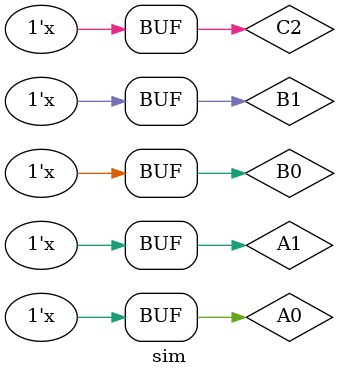
<source format=v>
`timescale 1ns / 1ps


module sim();
    reg A0,A1,B0,B1,C2;
    wire S0,S1,C1;
    initial
    begin
        A0 = 0;
        A1 = 0;
        B0 = 0;
        B1 = 0;
        C2 = 0;
    end
    always #1 A0 = ~A0;
    always #2 A1 = ~A1;
    always #4 B0 = ~B0;
    always #8 B1 = ~B1;
    always #16 C2 = ~C2;
    fullAdder2 f1(.A0(A0),.A1(A1),.B0(B0),.B1(B1),.C2(C2),.S0(S0),.S1(S1),.C1(C1));
endmodule

</source>
